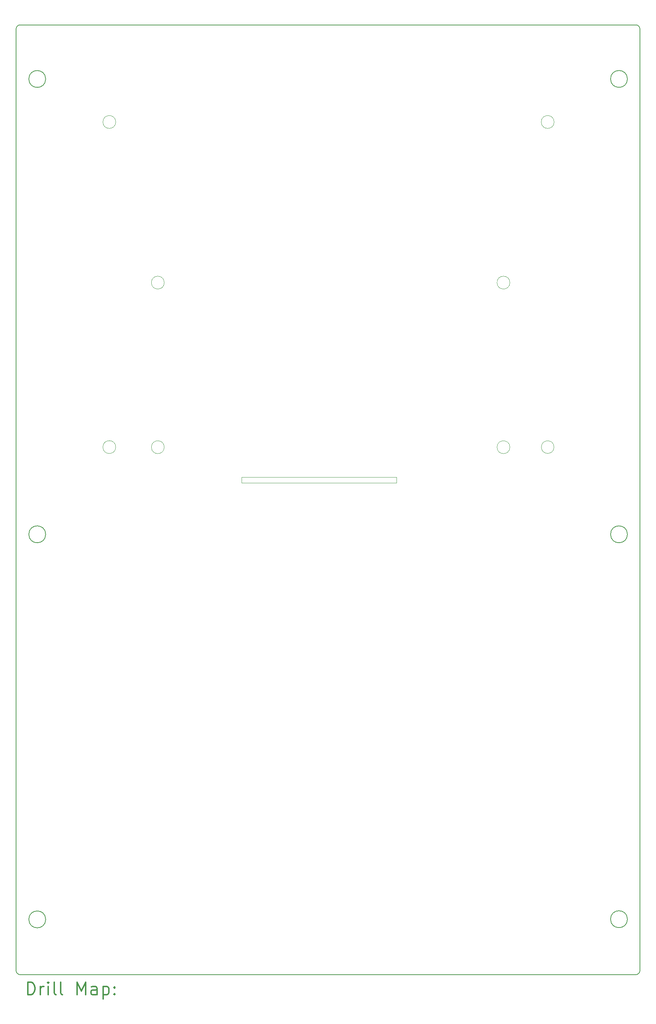
<source format=gbr>
%FSLAX45Y45*%
G04 Gerber Fmt 4.5, Leading zero omitted, Abs format (unit mm)*
G04 Created by KiCad (PCBNEW (5.1.10)-1) date 2022-01-05 12:21:27*
%MOMM*%
%LPD*%
G01*
G04 APERTURE LIST*
%TA.AperFunction,Profile*%
%ADD10C,0.050000*%
%TD*%
%TA.AperFunction,Profile*%
%ADD11C,0.200000*%
%TD*%
%ADD12C,0.200000*%
%ADD13C,0.300000*%
G04 APERTURE END LIST*
D10*
X14833600Y-8409940D02*
G75*
G03*
X14833600Y-8409940I-152400J0D01*
G01*
X6634480Y-8409940D02*
G75*
G03*
X6634480Y-8409940I-152400J0D01*
G01*
X14833600Y-12308840D02*
G75*
G03*
X14833600Y-12308840I-152400J0D01*
G01*
X6634480Y-12308840D02*
G75*
G03*
X6634480Y-12308840I-152400J0D01*
G01*
D11*
X3821610Y-3586296D02*
G75*
G03*
X3821610Y-3586296I-200000J0D01*
G01*
X3218905Y-24804294D02*
X17818905Y-24804294D01*
X17621837Y-14372598D02*
G75*
G03*
X17621837Y-14372598I-200000J0D01*
G01*
X17621846Y-3585449D02*
G75*
G03*
X17621846Y-3585449I-200000J0D01*
G01*
X3118905Y-2404294D02*
G75*
G02*
X3218905Y-2304294I100000J0D01*
G01*
X3821846Y-23494548D02*
G75*
G03*
X3821846Y-23494548I-200000J0D01*
G01*
X17918905Y-24704294D02*
X17918905Y-2404294D01*
X3118905Y-2404294D02*
X3118905Y-24704294D01*
X3218905Y-24804294D02*
G75*
G02*
X3118905Y-24704294I0J100000D01*
G01*
X17818905Y-2304294D02*
G75*
G02*
X17918905Y-2404294I0J-100000D01*
G01*
X17818905Y-2304294D02*
X3218905Y-2304294D01*
X3821839Y-14372603D02*
G75*
G03*
X3821839Y-14372603I-200000J0D01*
G01*
X17918905Y-24704294D02*
G75*
G02*
X17818905Y-24804294I-100000J0D01*
G01*
X17621847Y-23490032D02*
G75*
G03*
X17621847Y-23490032I-200000J0D01*
G01*
D10*
X15880166Y-12306300D02*
G75*
G03*
X15880166Y-12306300I-149946J0D01*
G01*
X5483860Y-12306300D02*
G75*
G03*
X5483860Y-12306300I-152400J0D01*
G01*
X15882641Y-4605020D02*
G75*
G03*
X15882641Y-4605020I-152421J0D01*
G01*
X5483881Y-4605020D02*
G75*
G03*
X5483881Y-4605020I-152421J0D01*
G01*
X8468360Y-13022580D02*
X10279380Y-13022580D01*
X8468360Y-13152120D02*
X8468360Y-13022580D01*
X12146280Y-13152120D02*
X8468360Y-13152120D01*
X12146280Y-13022580D02*
X12146280Y-13152120D01*
X10279380Y-13022580D02*
X12146280Y-13022580D01*
D12*
D13*
X3395334Y-25280008D02*
X3395334Y-24980008D01*
X3466762Y-24980008D01*
X3509619Y-24994294D01*
X3538191Y-25022865D01*
X3552477Y-25051437D01*
X3566762Y-25108580D01*
X3566762Y-25151437D01*
X3552477Y-25208580D01*
X3538191Y-25237151D01*
X3509619Y-25265722D01*
X3466762Y-25280008D01*
X3395334Y-25280008D01*
X3695334Y-25280008D02*
X3695334Y-25080008D01*
X3695334Y-25137151D02*
X3709619Y-25108580D01*
X3723905Y-25094294D01*
X3752477Y-25080008D01*
X3781048Y-25080008D01*
X3881048Y-25280008D02*
X3881048Y-25080008D01*
X3881048Y-24980008D02*
X3866762Y-24994294D01*
X3881048Y-25008580D01*
X3895334Y-24994294D01*
X3881048Y-24980008D01*
X3881048Y-25008580D01*
X4066762Y-25280008D02*
X4038191Y-25265722D01*
X4023905Y-25237151D01*
X4023905Y-24980008D01*
X4223905Y-25280008D02*
X4195334Y-25265722D01*
X4181048Y-25237151D01*
X4181048Y-24980008D01*
X4566762Y-25280008D02*
X4566762Y-24980008D01*
X4666762Y-25194294D01*
X4766762Y-24980008D01*
X4766762Y-25280008D01*
X5038191Y-25280008D02*
X5038191Y-25122865D01*
X5023905Y-25094294D01*
X4995334Y-25080008D01*
X4938191Y-25080008D01*
X4909620Y-25094294D01*
X5038191Y-25265722D02*
X5009620Y-25280008D01*
X4938191Y-25280008D01*
X4909620Y-25265722D01*
X4895334Y-25237151D01*
X4895334Y-25208580D01*
X4909620Y-25180008D01*
X4938191Y-25165722D01*
X5009620Y-25165722D01*
X5038191Y-25151437D01*
X5181048Y-25080008D02*
X5181048Y-25380008D01*
X5181048Y-25094294D02*
X5209620Y-25080008D01*
X5266762Y-25080008D01*
X5295334Y-25094294D01*
X5309620Y-25108580D01*
X5323905Y-25137151D01*
X5323905Y-25222865D01*
X5309620Y-25251437D01*
X5295334Y-25265722D01*
X5266762Y-25280008D01*
X5209620Y-25280008D01*
X5181048Y-25265722D01*
X5452477Y-25251437D02*
X5466762Y-25265722D01*
X5452477Y-25280008D01*
X5438191Y-25265722D01*
X5452477Y-25251437D01*
X5452477Y-25280008D01*
X5452477Y-25094294D02*
X5466762Y-25108580D01*
X5452477Y-25122865D01*
X5438191Y-25108580D01*
X5452477Y-25094294D01*
X5452477Y-25122865D01*
M02*

</source>
